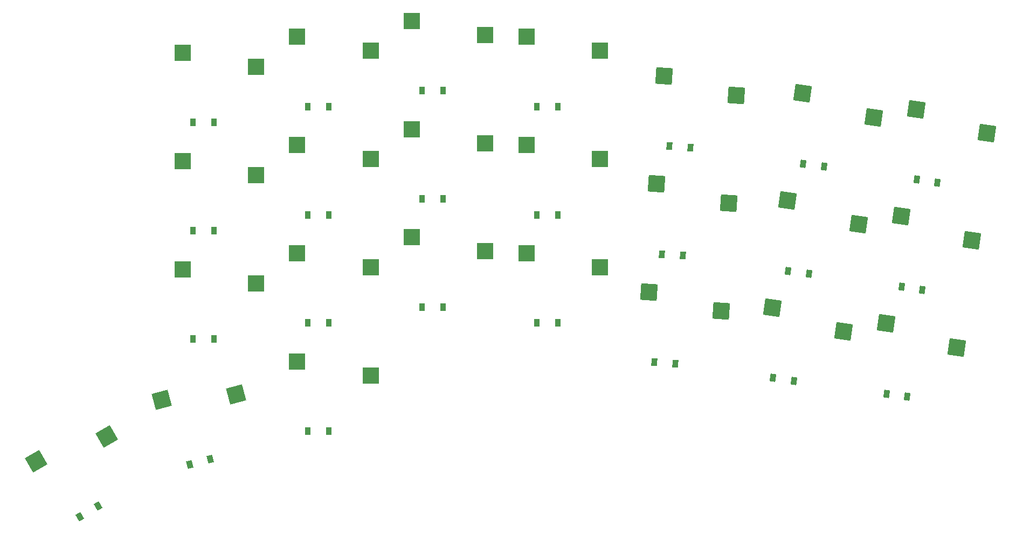
<source format=gbr>
%TF.GenerationSoftware,KiCad,Pcbnew,9.0.3*%
%TF.CreationDate,2025-07-25T16:12:42+02:00*%
%TF.ProjectId,right_pcb,72696768-745f-4706-9362-2e6b69636164,v1.0.0*%
%TF.SameCoordinates,Original*%
%TF.FileFunction,Paste,Bot*%
%TF.FilePolarity,Positive*%
%FSLAX46Y46*%
G04 Gerber Fmt 4.6, Leading zero omitted, Abs format (unit mm)*
G04 Created by KiCad (PCBNEW 9.0.3) date 2025-07-25 16:12:42*
%MOMM*%
%LPD*%
G01*
G04 APERTURE LIST*
G04 Aperture macros list*
%AMRotRect*
0 Rectangle, with rotation*
0 The origin of the aperture is its center*
0 $1 length*
0 $2 width*
0 $3 Rotation angle, in degrees counterclockwise*
0 Add horizontal line*
21,1,$1,$2,0,0,$3*%
G04 Aperture macros list end*
%ADD10RotRect,2.600000X2.600000X30.000000*%
%ADD11RotRect,0.900000X1.200000X352.000000*%
%ADD12R,0.900000X1.200000*%
%ADD13RotRect,2.600000X2.600000X352.000000*%
%ADD14R,2.600000X2.600000*%
%ADD15RotRect,0.900000X1.200000X356.000000*%
%ADD16RotRect,0.900000X1.200000X30.000000*%
%ADD17RotRect,2.600000X2.600000X356.000000*%
%ADD18RotRect,2.600000X2.600000X15.000000*%
%ADD19RotRect,0.900000X1.200000X15.000000*%
G04 APERTURE END LIST*
D10*
%TO.C,S24*%
X244047794Y-148770503D03*
X255150387Y-144900759D03*
%TD*%
D11*
%TO.C,D6*%
X364543981Y-101995628D03*
X367811865Y-102454892D03*
%TD*%
D12*
%TO.C,D14*%
X304693767Y-107529032D03*
X307993767Y-107529032D03*
%TD*%
%TO.C,D21*%
X268693768Y-112529031D03*
X271993768Y-112529031D03*
%TD*%
%TO.C,D22*%
X268693762Y-95529030D03*
X271993762Y-95529030D03*
%TD*%
D13*
%TO.C,S6*%
X364458750Y-90926034D03*
X375590165Y-94712072D03*
%TD*%
D14*
%TO.C,S13*%
X303068770Y-113579028D03*
X314618771Y-115779028D03*
%TD*%
D12*
%TO.C,D11*%
X322693767Y-110029035D03*
X325993767Y-110029035D03*
%TD*%
D14*
%TO.C,S15*%
X303068776Y-79579037D03*
X314618777Y-81779037D03*
%TD*%
D12*
%TO.C,D20*%
X268693768Y-129529040D03*
X271993768Y-129529040D03*
%TD*%
D13*
%TO.C,S4*%
X359726864Y-124595130D03*
X370858279Y-128381168D03*
%TD*%
D15*
%TO.C,D7*%
X341142240Y-133186610D03*
X344434202Y-133416800D03*
%TD*%
D14*
%TO.C,S18*%
X285068766Y-99079039D03*
X296618767Y-101279039D03*
%TD*%
%TO.C,S19*%
X285068762Y-82079029D03*
X296618763Y-84279029D03*
%TD*%
D12*
%TO.C,D19*%
X286693770Y-93029037D03*
X289993770Y-93029037D03*
%TD*%
D13*
%TO.C,S1*%
X377551683Y-127100258D03*
X388683098Y-130886296D03*
%TD*%
D15*
%TO.C,D8*%
X342328093Y-116228021D03*
X345620055Y-116458211D03*
%TD*%
D11*
%TO.C,D1*%
X377636918Y-138169862D03*
X380904802Y-138629126D03*
%TD*%
D14*
%TO.C,S16*%
X285068764Y-133079039D03*
X296618765Y-135279039D03*
%TD*%
D12*
%TO.C,D13*%
X304693773Y-124529030D03*
X307993773Y-124529030D03*
%TD*%
D13*
%TO.C,S5*%
X362092795Y-107760584D03*
X373224210Y-111546622D03*
%TD*%
D11*
%TO.C,D3*%
X382368808Y-104500737D03*
X385636692Y-104960001D03*
%TD*%
D16*
%TO.C,D24*%
X250930082Y-157440973D03*
X253787966Y-155790973D03*
%TD*%
D13*
%TO.C,S3*%
X382283560Y-93431143D03*
X393414975Y-97217181D03*
%TD*%
D14*
%TO.C,S17*%
X285068767Y-116079040D03*
X296618768Y-118279040D03*
%TD*%
D12*
%TO.C,D18*%
X286693774Y-110029033D03*
X289993774Y-110029033D03*
%TD*%
D17*
%TO.C,S7*%
X340285026Y-122149934D03*
X351653429Y-125150254D03*
%TD*%
D11*
%TO.C,D5*%
X362178048Y-118830176D03*
X365445932Y-119289440D03*
%TD*%
D12*
%TO.C,D15*%
X304693768Y-90529035D03*
X307993768Y-90529035D03*
%TD*%
D17*
%TO.C,S8*%
X341470886Y-105191342D03*
X352839289Y-108191662D03*
%TD*%
D14*
%TO.C,S12*%
X321068764Y-82079044D03*
X332618765Y-84279044D03*
%TD*%
D13*
%TO.C,S2*%
X379917627Y-110265698D03*
X391049042Y-114051736D03*
%TD*%
D14*
%TO.C,S20*%
X267068766Y-118579030D03*
X278618767Y-120779030D03*
%TD*%
%TO.C,S22*%
X267068772Y-84579036D03*
X278618773Y-86779036D03*
%TD*%
D18*
%TO.C,S23*%
X263769798Y-139112374D03*
X275495643Y-138248051D03*
%TD*%
D15*
%TO.C,D9*%
X343513958Y-99269431D03*
X346805920Y-99499621D03*
%TD*%
D12*
%TO.C,D17*%
X286693766Y-127029034D03*
X289993766Y-127029034D03*
%TD*%
D11*
%TO.C,D2*%
X380002859Y-121335301D03*
X383270743Y-121794565D03*
%TD*%
%TO.C,D4*%
X359812102Y-135664739D03*
X363079986Y-136124003D03*
%TD*%
D12*
%TO.C,D12*%
X322693765Y-93029039D03*
X325993765Y-93029039D03*
%TD*%
D14*
%TO.C,S21*%
X267068768Y-101579030D03*
X278618769Y-103779030D03*
%TD*%
D12*
%TO.C,D10*%
X322693772Y-127029044D03*
X325993772Y-127029044D03*
%TD*%
D17*
%TO.C,S9*%
X342656744Y-88232754D03*
X354025147Y-91233074D03*
%TD*%
D14*
%TO.C,S11*%
X321068764Y-99079037D03*
X332618765Y-101279037D03*
%TD*%
%TO.C,S10*%
X321068761Y-116079033D03*
X332618762Y-118279033D03*
%TD*%
%TO.C,S14*%
X303068764Y-96579039D03*
X314618765Y-98779039D03*
%TD*%
D19*
%TO.C,D23*%
X268173491Y-149268670D03*
X271361047Y-148414570D03*
%TD*%
D12*
%TO.C,D16*%
X286693763Y-144029030D03*
X289993763Y-144029030D03*
%TD*%
M02*

</source>
